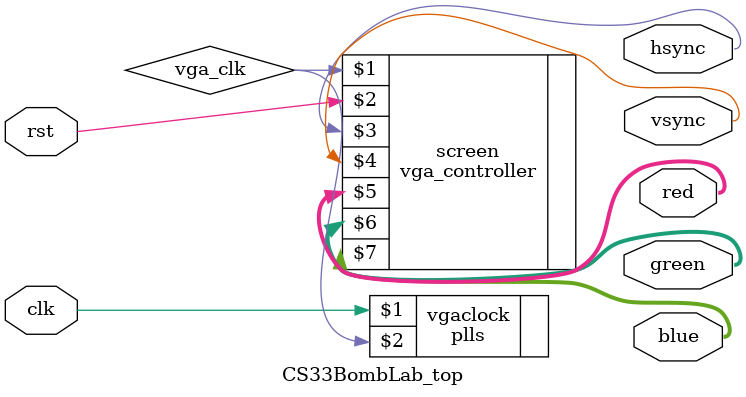
<source format=sv>
module CS33BombLab_top(
    input clk, rst,
	// input right1, left1, up1, down1, a1, b1,
	// input right2, left2, up2, down2, a2, b2,
	// output reg [7:0] sevenSegDisplay,
    output hsync,
    output vsync,
    output [3:0] red,
    output [3:0] green,
    output [3:0] blue
);
    wire vga_clk;
    plls vgaclock(clk, vga_clk);
    vga_controller screen(vga_clk, rst, hsync, vsync, red, green, blue);

	// wire secondsClk;
	// clockDivider cd(.inClock(clk), .speed(1), .rst(rst), .outClock(secondsClk));

	// todo: set count here

	// wire [3:0] count;
	// timer t(.clk(secondsClk), .rst(rst), .count(count));
	// sevenSegDigit ssd(.decimalNum(count), .dispBits(sevenSegDisplay));

endmodule
</source>
